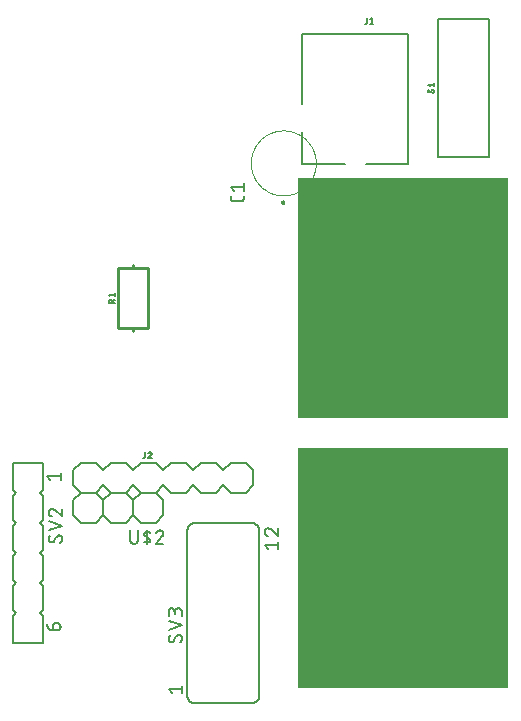
<source format=gbr>
G04 EAGLE Gerber RS-274X export*
G75*
%MOMM*%
%FSLAX34Y34*%
%LPD*%
%INSilkscreen Top*%
%IPPOS*%
%AMOC8*
5,1,8,0,0,1.08239X$1,22.5*%
G01*
%ADD10C,0.203200*%
%ADD11C,0.127000*%
%ADD12C,0.152400*%
%ADD13R,17.780000X20.320000*%
%ADD14C,0.254000*%
%ADD15C,0.120000*%
%ADD16C,0.200000*%


D10*
X320760Y494080D02*
X356760Y494080D01*
X320760Y545080D02*
X320760Y604080D01*
X320760Y521080D02*
X320760Y494080D01*
X410760Y494080D02*
X410760Y604080D01*
X410760Y494080D02*
X374760Y494080D01*
X410760Y604080D02*
X320760Y604080D01*
D11*
X375244Y614101D02*
X375244Y617855D01*
X375244Y614101D02*
X375242Y614036D01*
X375236Y613972D01*
X375226Y613908D01*
X375213Y613844D01*
X375195Y613782D01*
X375174Y613721D01*
X375150Y613661D01*
X375121Y613603D01*
X375089Y613546D01*
X375054Y613492D01*
X375016Y613440D01*
X374974Y613390D01*
X374930Y613343D01*
X374883Y613299D01*
X374833Y613257D01*
X374781Y613219D01*
X374727Y613184D01*
X374670Y613152D01*
X374612Y613123D01*
X374552Y613099D01*
X374491Y613078D01*
X374429Y613060D01*
X374365Y613047D01*
X374301Y613037D01*
X374237Y613031D01*
X374172Y613029D01*
X373635Y613029D01*
X378192Y616783D02*
X379532Y617855D01*
X379532Y613029D01*
X378192Y613029D02*
X380873Y613029D01*
D12*
X101600Y241300D02*
X76200Y241300D01*
X76200Y218440D01*
X78740Y215900D01*
X76200Y213360D01*
X76200Y193040D01*
X78740Y190500D01*
X76200Y187960D01*
X76200Y167640D01*
X78740Y165100D01*
X76200Y162560D01*
X76200Y142240D01*
X78740Y139700D01*
X76200Y137160D01*
X76200Y116840D01*
X76200Y111760D02*
X76200Y88900D01*
X101600Y88900D01*
X101600Y111760D01*
X101600Y116840D02*
X101600Y137160D01*
X99060Y139700D01*
X101600Y142240D01*
X101600Y162560D01*
X99060Y165100D01*
X101600Y167640D01*
X101600Y187960D01*
X99060Y190500D01*
X101600Y193040D01*
X101600Y213360D01*
X99060Y215900D01*
X101600Y218440D01*
X101600Y241300D01*
X99060Y114300D02*
X101600Y111760D01*
X99060Y114300D02*
X101600Y116840D01*
X78740Y114300D02*
X76200Y111760D01*
X78740Y114300D02*
X76200Y116840D01*
D11*
X107315Y226695D02*
X104775Y229870D01*
X116205Y229870D01*
X116205Y226695D02*
X116205Y233045D01*
X109855Y103505D02*
X109855Y99695D01*
X109855Y103505D02*
X109857Y103605D01*
X109863Y103704D01*
X109873Y103804D01*
X109886Y103902D01*
X109904Y104001D01*
X109925Y104098D01*
X109950Y104194D01*
X109979Y104290D01*
X110012Y104384D01*
X110048Y104477D01*
X110088Y104568D01*
X110132Y104658D01*
X110179Y104746D01*
X110229Y104832D01*
X110283Y104916D01*
X110340Y104998D01*
X110400Y105077D01*
X110464Y105155D01*
X110530Y105229D01*
X110599Y105301D01*
X110671Y105370D01*
X110745Y105436D01*
X110823Y105500D01*
X110902Y105560D01*
X110984Y105617D01*
X111068Y105671D01*
X111154Y105721D01*
X111242Y105768D01*
X111332Y105812D01*
X111423Y105852D01*
X111516Y105888D01*
X111610Y105921D01*
X111706Y105950D01*
X111802Y105975D01*
X111899Y105996D01*
X111998Y106014D01*
X112096Y106027D01*
X112196Y106037D01*
X112295Y106043D01*
X112395Y106045D01*
X113030Y106045D01*
X113141Y106043D01*
X113251Y106037D01*
X113362Y106028D01*
X113472Y106014D01*
X113581Y105997D01*
X113690Y105976D01*
X113798Y105951D01*
X113905Y105922D01*
X114011Y105890D01*
X114116Y105854D01*
X114219Y105814D01*
X114321Y105771D01*
X114422Y105724D01*
X114521Y105673D01*
X114618Y105620D01*
X114712Y105563D01*
X114805Y105502D01*
X114896Y105439D01*
X114985Y105372D01*
X115071Y105302D01*
X115154Y105229D01*
X115236Y105154D01*
X115314Y105076D01*
X115389Y104994D01*
X115462Y104911D01*
X115532Y104825D01*
X115599Y104736D01*
X115662Y104645D01*
X115723Y104552D01*
X115780Y104457D01*
X115833Y104361D01*
X115884Y104262D01*
X115931Y104161D01*
X115974Y104059D01*
X116014Y103956D01*
X116050Y103851D01*
X116082Y103745D01*
X116111Y103638D01*
X116136Y103530D01*
X116157Y103421D01*
X116174Y103312D01*
X116188Y103202D01*
X116197Y103091D01*
X116203Y102981D01*
X116205Y102870D01*
X116203Y102759D01*
X116197Y102649D01*
X116188Y102538D01*
X116174Y102428D01*
X116157Y102319D01*
X116136Y102210D01*
X116111Y102102D01*
X116082Y101995D01*
X116050Y101889D01*
X116014Y101784D01*
X115974Y101681D01*
X115931Y101579D01*
X115884Y101478D01*
X115833Y101379D01*
X115780Y101282D01*
X115723Y101188D01*
X115662Y101095D01*
X115599Y101004D01*
X115532Y100915D01*
X115462Y100829D01*
X115389Y100746D01*
X115314Y100664D01*
X115236Y100586D01*
X115154Y100511D01*
X115071Y100438D01*
X114985Y100368D01*
X114896Y100301D01*
X114805Y100238D01*
X114712Y100177D01*
X114617Y100120D01*
X114521Y100067D01*
X114422Y100016D01*
X114321Y99969D01*
X114219Y99926D01*
X114116Y99886D01*
X114011Y99850D01*
X113905Y99818D01*
X113798Y99789D01*
X113690Y99764D01*
X113581Y99743D01*
X113472Y99726D01*
X113362Y99712D01*
X113251Y99703D01*
X113141Y99697D01*
X113030Y99695D01*
X109855Y99695D01*
X109715Y99697D01*
X109575Y99703D01*
X109435Y99712D01*
X109296Y99726D01*
X109157Y99743D01*
X109019Y99764D01*
X108881Y99789D01*
X108744Y99818D01*
X108608Y99850D01*
X108473Y99887D01*
X108339Y99927D01*
X108206Y99970D01*
X108074Y100018D01*
X107943Y100068D01*
X107814Y100123D01*
X107687Y100181D01*
X107561Y100242D01*
X107437Y100307D01*
X107315Y100376D01*
X107195Y100447D01*
X107077Y100522D01*
X106960Y100600D01*
X106846Y100682D01*
X106735Y100766D01*
X106626Y100854D01*
X106519Y100944D01*
X106414Y101038D01*
X106313Y101134D01*
X106214Y101233D01*
X106118Y101334D01*
X106024Y101439D01*
X105934Y101546D01*
X105846Y101655D01*
X105762Y101766D01*
X105680Y101880D01*
X105602Y101997D01*
X105527Y102115D01*
X105456Y102235D01*
X105387Y102357D01*
X105322Y102481D01*
X105261Y102607D01*
X105203Y102734D01*
X105148Y102863D01*
X105098Y102994D01*
X105050Y103126D01*
X105007Y103259D01*
X104967Y103393D01*
X104930Y103528D01*
X104898Y103664D01*
X104869Y103801D01*
X104844Y103939D01*
X104823Y104077D01*
X104806Y104216D01*
X104792Y104355D01*
X104783Y104495D01*
X104777Y104635D01*
X104775Y104775D01*
X117475Y177546D02*
X117473Y177646D01*
X117467Y177745D01*
X117457Y177845D01*
X117444Y177943D01*
X117426Y178042D01*
X117405Y178139D01*
X117380Y178235D01*
X117351Y178331D01*
X117318Y178425D01*
X117282Y178518D01*
X117242Y178609D01*
X117198Y178699D01*
X117151Y178787D01*
X117101Y178873D01*
X117047Y178957D01*
X116990Y179039D01*
X116930Y179118D01*
X116866Y179196D01*
X116800Y179270D01*
X116731Y179342D01*
X116659Y179411D01*
X116585Y179477D01*
X116507Y179541D01*
X116428Y179601D01*
X116346Y179658D01*
X116262Y179712D01*
X116176Y179762D01*
X116088Y179809D01*
X115998Y179853D01*
X115907Y179893D01*
X115814Y179929D01*
X115720Y179962D01*
X115624Y179991D01*
X115528Y180016D01*
X115431Y180037D01*
X115332Y180055D01*
X115234Y180068D01*
X115134Y180078D01*
X115035Y180084D01*
X114935Y180086D01*
X117475Y177546D02*
X117473Y177405D01*
X117468Y177264D01*
X117458Y177123D01*
X117445Y176982D01*
X117429Y176842D01*
X117408Y176702D01*
X117384Y176563D01*
X117356Y176424D01*
X117325Y176287D01*
X117290Y176150D01*
X117252Y176014D01*
X117210Y175879D01*
X117164Y175746D01*
X117115Y175613D01*
X117062Y175482D01*
X117006Y175353D01*
X116947Y175224D01*
X116884Y175098D01*
X116818Y174973D01*
X116749Y174850D01*
X116676Y174729D01*
X116600Y174610D01*
X116521Y174492D01*
X116440Y174377D01*
X116355Y174265D01*
X116267Y174154D01*
X116176Y174046D01*
X116083Y173940D01*
X115986Y173837D01*
X115887Y173736D01*
X108585Y174054D02*
X108485Y174056D01*
X108386Y174062D01*
X108286Y174072D01*
X108188Y174085D01*
X108089Y174103D01*
X107992Y174124D01*
X107896Y174149D01*
X107800Y174178D01*
X107706Y174211D01*
X107613Y174247D01*
X107522Y174287D01*
X107432Y174331D01*
X107344Y174378D01*
X107258Y174428D01*
X107174Y174482D01*
X107092Y174539D01*
X107013Y174599D01*
X106935Y174663D01*
X106861Y174729D01*
X106789Y174798D01*
X106720Y174870D01*
X106654Y174944D01*
X106590Y175022D01*
X106530Y175101D01*
X106473Y175183D01*
X106419Y175267D01*
X106369Y175353D01*
X106322Y175441D01*
X106278Y175531D01*
X106238Y175622D01*
X106202Y175715D01*
X106169Y175809D01*
X106140Y175905D01*
X106115Y176001D01*
X106094Y176098D01*
X106076Y176197D01*
X106063Y176295D01*
X106053Y176395D01*
X106047Y176494D01*
X106045Y176594D01*
X106047Y176727D01*
X106052Y176860D01*
X106062Y176993D01*
X106075Y177126D01*
X106092Y177258D01*
X106112Y177390D01*
X106136Y177521D01*
X106164Y177651D01*
X106195Y177781D01*
X106230Y177909D01*
X106269Y178037D01*
X106311Y178163D01*
X106357Y178288D01*
X106406Y178412D01*
X106458Y178535D01*
X106514Y178656D01*
X106574Y178775D01*
X106636Y178893D01*
X106702Y179008D01*
X106771Y179122D01*
X106844Y179234D01*
X106919Y179344D01*
X106998Y179452D01*
X110808Y175323D02*
X110756Y175239D01*
X110701Y175156D01*
X110642Y175076D01*
X110581Y174998D01*
X110517Y174923D01*
X110449Y174850D01*
X110379Y174779D01*
X110307Y174712D01*
X110232Y174647D01*
X110154Y174585D01*
X110074Y174526D01*
X109992Y174470D01*
X109908Y174418D01*
X109822Y174369D01*
X109734Y174323D01*
X109644Y174280D01*
X109553Y174241D01*
X109460Y174206D01*
X109366Y174174D01*
X109271Y174146D01*
X109175Y174121D01*
X109078Y174101D01*
X108980Y174083D01*
X108882Y174070D01*
X108783Y174061D01*
X108684Y174055D01*
X108585Y174053D01*
X112712Y178816D02*
X112764Y178900D01*
X112819Y178983D01*
X112878Y179063D01*
X112939Y179141D01*
X113003Y179216D01*
X113071Y179289D01*
X113141Y179360D01*
X113213Y179427D01*
X113288Y179492D01*
X113366Y179554D01*
X113446Y179613D01*
X113528Y179669D01*
X113612Y179721D01*
X113698Y179770D01*
X113786Y179816D01*
X113876Y179859D01*
X113967Y179898D01*
X114060Y179933D01*
X114154Y179965D01*
X114249Y179993D01*
X114345Y180018D01*
X114442Y180038D01*
X114540Y180056D01*
X114638Y180069D01*
X114737Y180078D01*
X114836Y180084D01*
X114935Y180086D01*
X112713Y178816D02*
X110808Y175324D01*
X106045Y184150D02*
X117475Y187960D01*
X106045Y191770D01*
X106045Y199708D02*
X106047Y199812D01*
X106053Y199917D01*
X106062Y200021D01*
X106075Y200124D01*
X106093Y200227D01*
X106113Y200329D01*
X106138Y200431D01*
X106166Y200531D01*
X106198Y200631D01*
X106234Y200729D01*
X106273Y200826D01*
X106315Y200921D01*
X106361Y201015D01*
X106411Y201107D01*
X106463Y201197D01*
X106519Y201285D01*
X106579Y201371D01*
X106641Y201455D01*
X106706Y201536D01*
X106774Y201615D01*
X106846Y201692D01*
X106919Y201765D01*
X106996Y201837D01*
X107075Y201905D01*
X107156Y201970D01*
X107240Y202032D01*
X107326Y202092D01*
X107414Y202148D01*
X107504Y202200D01*
X107596Y202250D01*
X107690Y202296D01*
X107785Y202338D01*
X107882Y202377D01*
X107980Y202413D01*
X108080Y202445D01*
X108180Y202473D01*
X108282Y202498D01*
X108384Y202518D01*
X108487Y202536D01*
X108590Y202549D01*
X108694Y202558D01*
X108799Y202564D01*
X108903Y202566D01*
X106045Y199708D02*
X106047Y199590D01*
X106053Y199471D01*
X106062Y199353D01*
X106075Y199236D01*
X106093Y199119D01*
X106113Y199002D01*
X106138Y198886D01*
X106166Y198771D01*
X106199Y198658D01*
X106234Y198545D01*
X106274Y198433D01*
X106316Y198323D01*
X106363Y198214D01*
X106413Y198106D01*
X106466Y198001D01*
X106523Y197897D01*
X106583Y197795D01*
X106646Y197695D01*
X106713Y197597D01*
X106782Y197501D01*
X106855Y197408D01*
X106931Y197317D01*
X107009Y197228D01*
X107091Y197142D01*
X107175Y197059D01*
X107261Y196978D01*
X107351Y196901D01*
X107442Y196826D01*
X107536Y196754D01*
X107633Y196685D01*
X107731Y196620D01*
X107832Y196557D01*
X107935Y196498D01*
X108039Y196442D01*
X108145Y196390D01*
X108253Y196341D01*
X108362Y196296D01*
X108473Y196254D01*
X108585Y196216D01*
X111125Y201613D02*
X111050Y201689D01*
X110971Y201764D01*
X110890Y201835D01*
X110806Y201904D01*
X110720Y201969D01*
X110632Y202031D01*
X110542Y202091D01*
X110450Y202147D01*
X110355Y202200D01*
X110259Y202249D01*
X110161Y202295D01*
X110062Y202338D01*
X109961Y202377D01*
X109859Y202412D01*
X109756Y202444D01*
X109652Y202472D01*
X109547Y202497D01*
X109440Y202518D01*
X109334Y202535D01*
X109227Y202548D01*
X109119Y202557D01*
X109011Y202563D01*
X108903Y202565D01*
X111125Y201613D02*
X117475Y196215D01*
X117475Y202565D01*
D12*
X223520Y184150D02*
X223520Y44450D01*
X229870Y190500D02*
X278130Y190500D01*
X278130Y38100D02*
X229870Y38100D01*
X284480Y44450D02*
X284480Y184150D01*
X223520Y44450D02*
X223522Y44292D01*
X223528Y44133D01*
X223538Y43975D01*
X223552Y43818D01*
X223569Y43660D01*
X223591Y43504D01*
X223616Y43347D01*
X223646Y43192D01*
X223679Y43037D01*
X223716Y42883D01*
X223757Y42730D01*
X223802Y42578D01*
X223851Y42428D01*
X223903Y42278D01*
X223959Y42130D01*
X224019Y41983D01*
X224082Y41838D01*
X224149Y41695D01*
X224219Y41553D01*
X224293Y41413D01*
X224371Y41275D01*
X224452Y41139D01*
X224536Y41005D01*
X224623Y40873D01*
X224714Y40743D01*
X224808Y40616D01*
X224905Y40491D01*
X225006Y40368D01*
X225109Y40248D01*
X225215Y40131D01*
X225324Y40016D01*
X225436Y39904D01*
X225551Y39795D01*
X225668Y39689D01*
X225788Y39586D01*
X225911Y39485D01*
X226036Y39388D01*
X226163Y39294D01*
X226293Y39203D01*
X226425Y39116D01*
X226559Y39032D01*
X226695Y38951D01*
X226833Y38873D01*
X226973Y38799D01*
X227115Y38729D01*
X227258Y38662D01*
X227403Y38599D01*
X227550Y38539D01*
X227698Y38483D01*
X227848Y38431D01*
X227998Y38382D01*
X228150Y38337D01*
X228303Y38296D01*
X228457Y38259D01*
X228612Y38226D01*
X228767Y38196D01*
X228924Y38171D01*
X229080Y38149D01*
X229238Y38132D01*
X229395Y38118D01*
X229553Y38108D01*
X229712Y38102D01*
X229870Y38100D01*
X223520Y184150D02*
X223522Y184308D01*
X223528Y184467D01*
X223538Y184625D01*
X223552Y184782D01*
X223569Y184940D01*
X223591Y185096D01*
X223616Y185253D01*
X223646Y185408D01*
X223679Y185563D01*
X223716Y185717D01*
X223757Y185870D01*
X223802Y186022D01*
X223851Y186172D01*
X223903Y186322D01*
X223959Y186470D01*
X224019Y186617D01*
X224082Y186762D01*
X224149Y186905D01*
X224219Y187047D01*
X224293Y187187D01*
X224371Y187325D01*
X224452Y187461D01*
X224536Y187595D01*
X224623Y187727D01*
X224714Y187857D01*
X224808Y187984D01*
X224905Y188109D01*
X225006Y188232D01*
X225109Y188352D01*
X225215Y188469D01*
X225324Y188584D01*
X225436Y188696D01*
X225551Y188805D01*
X225668Y188911D01*
X225788Y189014D01*
X225911Y189115D01*
X226036Y189212D01*
X226163Y189306D01*
X226293Y189397D01*
X226425Y189484D01*
X226559Y189568D01*
X226695Y189649D01*
X226833Y189727D01*
X226973Y189801D01*
X227115Y189871D01*
X227258Y189938D01*
X227403Y190001D01*
X227550Y190061D01*
X227698Y190117D01*
X227848Y190169D01*
X227998Y190218D01*
X228150Y190263D01*
X228303Y190304D01*
X228457Y190341D01*
X228612Y190374D01*
X228767Y190404D01*
X228924Y190429D01*
X229080Y190451D01*
X229238Y190468D01*
X229395Y190482D01*
X229553Y190492D01*
X229712Y190498D01*
X229870Y190500D01*
X278130Y190500D02*
X278288Y190498D01*
X278447Y190492D01*
X278605Y190482D01*
X278762Y190468D01*
X278920Y190451D01*
X279076Y190429D01*
X279233Y190404D01*
X279388Y190374D01*
X279543Y190341D01*
X279697Y190304D01*
X279850Y190263D01*
X280002Y190218D01*
X280152Y190169D01*
X280302Y190117D01*
X280450Y190061D01*
X280597Y190001D01*
X280742Y189938D01*
X280885Y189871D01*
X281027Y189801D01*
X281167Y189727D01*
X281305Y189649D01*
X281441Y189568D01*
X281575Y189484D01*
X281707Y189397D01*
X281837Y189306D01*
X281964Y189212D01*
X282089Y189115D01*
X282212Y189014D01*
X282332Y188911D01*
X282449Y188805D01*
X282564Y188696D01*
X282676Y188584D01*
X282785Y188469D01*
X282891Y188352D01*
X282994Y188232D01*
X283095Y188109D01*
X283192Y187984D01*
X283286Y187857D01*
X283377Y187727D01*
X283464Y187595D01*
X283548Y187461D01*
X283629Y187325D01*
X283707Y187187D01*
X283781Y187047D01*
X283851Y186905D01*
X283918Y186762D01*
X283981Y186617D01*
X284041Y186470D01*
X284097Y186322D01*
X284149Y186172D01*
X284198Y186022D01*
X284243Y185870D01*
X284284Y185717D01*
X284321Y185563D01*
X284354Y185408D01*
X284384Y185253D01*
X284409Y185096D01*
X284431Y184940D01*
X284448Y184782D01*
X284462Y184625D01*
X284472Y184467D01*
X284478Y184308D01*
X284480Y184150D01*
X284480Y44450D02*
X284478Y44292D01*
X284472Y44133D01*
X284462Y43975D01*
X284448Y43818D01*
X284431Y43660D01*
X284409Y43504D01*
X284384Y43347D01*
X284354Y43192D01*
X284321Y43037D01*
X284284Y42883D01*
X284243Y42730D01*
X284198Y42578D01*
X284149Y42428D01*
X284097Y42278D01*
X284041Y42130D01*
X283981Y41983D01*
X283918Y41838D01*
X283851Y41695D01*
X283781Y41553D01*
X283707Y41413D01*
X283629Y41275D01*
X283548Y41139D01*
X283464Y41005D01*
X283377Y40873D01*
X283286Y40743D01*
X283192Y40616D01*
X283095Y40491D01*
X282994Y40368D01*
X282891Y40248D01*
X282785Y40131D01*
X282676Y40016D01*
X282564Y39904D01*
X282449Y39795D01*
X282332Y39689D01*
X282212Y39586D01*
X282089Y39485D01*
X281964Y39388D01*
X281837Y39294D01*
X281707Y39203D01*
X281575Y39116D01*
X281441Y39032D01*
X281305Y38951D01*
X281167Y38873D01*
X281027Y38799D01*
X280885Y38729D01*
X280742Y38662D01*
X280597Y38599D01*
X280450Y38539D01*
X280302Y38483D01*
X280152Y38431D01*
X280002Y38382D01*
X279850Y38337D01*
X279697Y38296D01*
X279543Y38259D01*
X279388Y38226D01*
X279233Y38196D01*
X279076Y38171D01*
X278920Y38149D01*
X278762Y38132D01*
X278605Y38118D01*
X278447Y38108D01*
X278288Y38102D01*
X278130Y38100D01*
D11*
X210185Y46355D02*
X207645Y49530D01*
X219075Y49530D01*
X219075Y46355D02*
X219075Y52705D01*
X291465Y168275D02*
X288925Y171450D01*
X300355Y171450D01*
X300355Y168275D02*
X300355Y174625D01*
X288925Y183198D02*
X288927Y183302D01*
X288933Y183407D01*
X288942Y183511D01*
X288955Y183614D01*
X288973Y183717D01*
X288993Y183819D01*
X289018Y183921D01*
X289046Y184021D01*
X289078Y184121D01*
X289114Y184219D01*
X289153Y184316D01*
X289195Y184411D01*
X289241Y184505D01*
X289291Y184597D01*
X289343Y184687D01*
X289399Y184775D01*
X289459Y184861D01*
X289521Y184945D01*
X289586Y185026D01*
X289654Y185105D01*
X289726Y185182D01*
X289799Y185255D01*
X289876Y185327D01*
X289955Y185395D01*
X290036Y185460D01*
X290120Y185522D01*
X290206Y185582D01*
X290294Y185638D01*
X290384Y185690D01*
X290476Y185740D01*
X290570Y185786D01*
X290665Y185828D01*
X290762Y185867D01*
X290860Y185903D01*
X290960Y185935D01*
X291060Y185963D01*
X291162Y185988D01*
X291264Y186008D01*
X291367Y186026D01*
X291470Y186039D01*
X291574Y186048D01*
X291679Y186054D01*
X291783Y186056D01*
X288925Y183198D02*
X288927Y183080D01*
X288933Y182961D01*
X288942Y182843D01*
X288955Y182726D01*
X288973Y182609D01*
X288993Y182492D01*
X289018Y182376D01*
X289046Y182261D01*
X289079Y182148D01*
X289114Y182035D01*
X289154Y181923D01*
X289196Y181813D01*
X289243Y181704D01*
X289293Y181596D01*
X289346Y181491D01*
X289403Y181387D01*
X289463Y181285D01*
X289526Y181185D01*
X289593Y181087D01*
X289662Y180991D01*
X289735Y180898D01*
X289811Y180807D01*
X289889Y180718D01*
X289971Y180632D01*
X290055Y180549D01*
X290141Y180468D01*
X290231Y180391D01*
X290322Y180316D01*
X290416Y180244D01*
X290513Y180175D01*
X290611Y180110D01*
X290712Y180047D01*
X290815Y179988D01*
X290919Y179932D01*
X291025Y179880D01*
X291133Y179831D01*
X291242Y179786D01*
X291353Y179744D01*
X291465Y179706D01*
X294005Y185103D02*
X293930Y185179D01*
X293851Y185254D01*
X293770Y185325D01*
X293686Y185394D01*
X293600Y185459D01*
X293512Y185521D01*
X293422Y185581D01*
X293330Y185637D01*
X293235Y185690D01*
X293139Y185739D01*
X293041Y185785D01*
X292942Y185828D01*
X292841Y185867D01*
X292739Y185902D01*
X292636Y185934D01*
X292532Y185962D01*
X292427Y185987D01*
X292320Y186008D01*
X292214Y186025D01*
X292107Y186038D01*
X291999Y186047D01*
X291891Y186053D01*
X291783Y186055D01*
X294005Y185103D02*
X300355Y179705D01*
X300355Y186055D01*
X216535Y95885D02*
X216635Y95883D01*
X216734Y95877D01*
X216834Y95867D01*
X216932Y95854D01*
X217031Y95836D01*
X217128Y95815D01*
X217224Y95790D01*
X217320Y95761D01*
X217414Y95728D01*
X217507Y95692D01*
X217598Y95652D01*
X217688Y95608D01*
X217776Y95561D01*
X217862Y95511D01*
X217946Y95457D01*
X218028Y95400D01*
X218107Y95340D01*
X218185Y95276D01*
X218259Y95210D01*
X218331Y95141D01*
X218400Y95069D01*
X218466Y94995D01*
X218530Y94917D01*
X218590Y94838D01*
X218647Y94756D01*
X218701Y94672D01*
X218751Y94586D01*
X218798Y94498D01*
X218842Y94408D01*
X218882Y94317D01*
X218918Y94224D01*
X218951Y94130D01*
X218980Y94034D01*
X219005Y93938D01*
X219026Y93841D01*
X219044Y93742D01*
X219057Y93644D01*
X219067Y93544D01*
X219073Y93445D01*
X219075Y93345D01*
X219073Y93204D01*
X219068Y93063D01*
X219058Y92922D01*
X219045Y92781D01*
X219029Y92641D01*
X219008Y92501D01*
X218984Y92362D01*
X218956Y92223D01*
X218925Y92086D01*
X218890Y91949D01*
X218852Y91813D01*
X218810Y91678D01*
X218764Y91545D01*
X218715Y91412D01*
X218662Y91281D01*
X218606Y91152D01*
X218547Y91023D01*
X218484Y90897D01*
X218418Y90772D01*
X218349Y90649D01*
X218276Y90528D01*
X218200Y90409D01*
X218121Y90291D01*
X218040Y90176D01*
X217955Y90064D01*
X217867Y89953D01*
X217776Y89845D01*
X217683Y89739D01*
X217586Y89636D01*
X217487Y89535D01*
X210185Y89853D02*
X210085Y89855D01*
X209986Y89861D01*
X209886Y89871D01*
X209788Y89884D01*
X209689Y89902D01*
X209592Y89923D01*
X209496Y89948D01*
X209400Y89977D01*
X209306Y90010D01*
X209213Y90046D01*
X209122Y90086D01*
X209032Y90130D01*
X208944Y90177D01*
X208858Y90227D01*
X208774Y90281D01*
X208692Y90338D01*
X208613Y90398D01*
X208535Y90462D01*
X208461Y90528D01*
X208389Y90597D01*
X208320Y90669D01*
X208254Y90743D01*
X208190Y90821D01*
X208130Y90900D01*
X208073Y90982D01*
X208019Y91066D01*
X207969Y91152D01*
X207922Y91240D01*
X207878Y91330D01*
X207838Y91421D01*
X207802Y91514D01*
X207769Y91608D01*
X207740Y91704D01*
X207715Y91800D01*
X207694Y91897D01*
X207676Y91996D01*
X207663Y92094D01*
X207653Y92194D01*
X207647Y92293D01*
X207645Y92393D01*
X207647Y92526D01*
X207652Y92659D01*
X207662Y92792D01*
X207675Y92925D01*
X207692Y93057D01*
X207712Y93189D01*
X207736Y93320D01*
X207764Y93450D01*
X207795Y93580D01*
X207830Y93708D01*
X207869Y93836D01*
X207911Y93962D01*
X207957Y94087D01*
X208006Y94211D01*
X208058Y94334D01*
X208114Y94455D01*
X208174Y94574D01*
X208236Y94692D01*
X208302Y94807D01*
X208371Y94921D01*
X208444Y95033D01*
X208519Y95143D01*
X208598Y95251D01*
X212408Y91122D02*
X212356Y91038D01*
X212301Y90955D01*
X212242Y90875D01*
X212181Y90797D01*
X212117Y90722D01*
X212049Y90649D01*
X211979Y90578D01*
X211907Y90511D01*
X211832Y90446D01*
X211754Y90384D01*
X211674Y90325D01*
X211592Y90269D01*
X211508Y90217D01*
X211422Y90168D01*
X211334Y90122D01*
X211244Y90079D01*
X211153Y90040D01*
X211060Y90005D01*
X210966Y89973D01*
X210871Y89945D01*
X210775Y89920D01*
X210678Y89900D01*
X210580Y89882D01*
X210482Y89869D01*
X210383Y89860D01*
X210284Y89854D01*
X210185Y89852D01*
X214312Y94615D02*
X214364Y94699D01*
X214419Y94782D01*
X214478Y94862D01*
X214539Y94940D01*
X214603Y95015D01*
X214671Y95088D01*
X214741Y95159D01*
X214813Y95226D01*
X214888Y95291D01*
X214966Y95353D01*
X215046Y95412D01*
X215128Y95468D01*
X215212Y95520D01*
X215298Y95569D01*
X215386Y95615D01*
X215476Y95658D01*
X215567Y95697D01*
X215660Y95732D01*
X215754Y95764D01*
X215849Y95792D01*
X215945Y95817D01*
X216042Y95837D01*
X216140Y95855D01*
X216238Y95868D01*
X216337Y95877D01*
X216436Y95883D01*
X216535Y95885D01*
X214313Y94615D02*
X212408Y91123D01*
X207645Y99949D02*
X219075Y103759D01*
X207645Y107569D01*
X219075Y112014D02*
X219075Y115189D01*
X219073Y115300D01*
X219067Y115410D01*
X219058Y115521D01*
X219044Y115631D01*
X219027Y115740D01*
X219006Y115849D01*
X218981Y115957D01*
X218952Y116064D01*
X218920Y116170D01*
X218884Y116275D01*
X218844Y116378D01*
X218801Y116480D01*
X218754Y116581D01*
X218703Y116680D01*
X218650Y116777D01*
X218593Y116871D01*
X218532Y116964D01*
X218469Y117055D01*
X218402Y117144D01*
X218332Y117230D01*
X218259Y117313D01*
X218184Y117395D01*
X218106Y117473D01*
X218024Y117548D01*
X217941Y117621D01*
X217855Y117691D01*
X217766Y117758D01*
X217675Y117821D01*
X217582Y117882D01*
X217488Y117939D01*
X217391Y117992D01*
X217292Y118043D01*
X217191Y118090D01*
X217089Y118133D01*
X216986Y118173D01*
X216881Y118209D01*
X216775Y118241D01*
X216668Y118270D01*
X216560Y118295D01*
X216451Y118316D01*
X216342Y118333D01*
X216232Y118347D01*
X216121Y118356D01*
X216011Y118362D01*
X215900Y118364D01*
X215789Y118362D01*
X215679Y118356D01*
X215568Y118347D01*
X215458Y118333D01*
X215349Y118316D01*
X215240Y118295D01*
X215132Y118270D01*
X215025Y118241D01*
X214919Y118209D01*
X214814Y118173D01*
X214711Y118133D01*
X214609Y118090D01*
X214508Y118043D01*
X214409Y117992D01*
X214313Y117939D01*
X214218Y117882D01*
X214125Y117821D01*
X214034Y117758D01*
X213945Y117691D01*
X213859Y117621D01*
X213776Y117548D01*
X213694Y117473D01*
X213616Y117395D01*
X213541Y117313D01*
X213468Y117230D01*
X213398Y117144D01*
X213331Y117055D01*
X213268Y116964D01*
X213207Y116871D01*
X213150Y116776D01*
X213097Y116680D01*
X213046Y116581D01*
X212999Y116480D01*
X212956Y116378D01*
X212916Y116275D01*
X212880Y116170D01*
X212848Y116064D01*
X212819Y115957D01*
X212794Y115849D01*
X212773Y115740D01*
X212756Y115631D01*
X212742Y115521D01*
X212733Y115410D01*
X212727Y115300D01*
X212725Y115189D01*
X207645Y115824D02*
X207645Y112014D01*
X207645Y115824D02*
X207647Y115924D01*
X207653Y116023D01*
X207663Y116123D01*
X207676Y116221D01*
X207694Y116320D01*
X207715Y116417D01*
X207740Y116513D01*
X207769Y116609D01*
X207802Y116703D01*
X207838Y116796D01*
X207878Y116887D01*
X207922Y116977D01*
X207969Y117065D01*
X208019Y117151D01*
X208073Y117235D01*
X208130Y117317D01*
X208190Y117396D01*
X208254Y117474D01*
X208320Y117548D01*
X208389Y117620D01*
X208461Y117689D01*
X208535Y117755D01*
X208613Y117819D01*
X208692Y117879D01*
X208774Y117936D01*
X208858Y117990D01*
X208944Y118040D01*
X209032Y118087D01*
X209122Y118131D01*
X209213Y118171D01*
X209306Y118207D01*
X209400Y118240D01*
X209496Y118269D01*
X209592Y118294D01*
X209689Y118315D01*
X209788Y118333D01*
X209886Y118346D01*
X209986Y118356D01*
X210085Y118362D01*
X210185Y118364D01*
X210285Y118362D01*
X210384Y118356D01*
X210484Y118346D01*
X210582Y118333D01*
X210681Y118315D01*
X210778Y118294D01*
X210874Y118269D01*
X210970Y118240D01*
X211064Y118207D01*
X211157Y118171D01*
X211248Y118131D01*
X211338Y118087D01*
X211426Y118040D01*
X211512Y117990D01*
X211596Y117936D01*
X211678Y117879D01*
X211757Y117819D01*
X211835Y117755D01*
X211909Y117689D01*
X211981Y117620D01*
X212050Y117548D01*
X212116Y117474D01*
X212180Y117396D01*
X212240Y117317D01*
X212297Y117235D01*
X212351Y117151D01*
X212401Y117065D01*
X212448Y116977D01*
X212492Y116887D01*
X212532Y116796D01*
X212568Y116703D01*
X212601Y116609D01*
X212630Y116513D01*
X212655Y116417D01*
X212676Y116320D01*
X212694Y116221D01*
X212707Y116123D01*
X212717Y116023D01*
X212723Y115924D01*
X212725Y115824D01*
X212725Y113284D01*
D12*
X196850Y190500D02*
X184150Y190500D01*
X177800Y196850D01*
X177800Y209550D01*
X184150Y215900D01*
X177800Y196850D02*
X171450Y190500D01*
X158750Y190500D01*
X152400Y196850D01*
X152400Y209550D01*
X158750Y215900D01*
X171450Y215900D01*
X177800Y209550D01*
X203200Y209550D02*
X203200Y196850D01*
X196850Y190500D01*
X203200Y209550D02*
X196850Y215900D01*
X184150Y215900D01*
X152400Y196850D02*
X146050Y190500D01*
X133350Y190500D01*
X127000Y196850D01*
X127000Y209550D01*
X133350Y215900D01*
X146050Y215900D01*
X152400Y209550D01*
D11*
X175260Y184277D02*
X175260Y176022D01*
X175262Y175911D01*
X175268Y175801D01*
X175277Y175690D01*
X175291Y175580D01*
X175308Y175471D01*
X175329Y175362D01*
X175354Y175254D01*
X175383Y175147D01*
X175415Y175041D01*
X175451Y174936D01*
X175491Y174833D01*
X175534Y174731D01*
X175581Y174630D01*
X175632Y174531D01*
X175685Y174435D01*
X175742Y174340D01*
X175803Y174247D01*
X175866Y174156D01*
X175933Y174067D01*
X176003Y173981D01*
X176076Y173898D01*
X176151Y173816D01*
X176229Y173738D01*
X176311Y173663D01*
X176394Y173590D01*
X176480Y173520D01*
X176569Y173453D01*
X176660Y173390D01*
X176753Y173329D01*
X176848Y173272D01*
X176944Y173219D01*
X177043Y173168D01*
X177144Y173121D01*
X177246Y173078D01*
X177349Y173038D01*
X177454Y173002D01*
X177560Y172970D01*
X177667Y172941D01*
X177775Y172916D01*
X177884Y172895D01*
X177993Y172878D01*
X178103Y172864D01*
X178214Y172855D01*
X178324Y172849D01*
X178435Y172847D01*
X178546Y172849D01*
X178656Y172855D01*
X178767Y172864D01*
X178877Y172878D01*
X178986Y172895D01*
X179095Y172916D01*
X179203Y172941D01*
X179310Y172970D01*
X179416Y173002D01*
X179521Y173038D01*
X179624Y173078D01*
X179726Y173121D01*
X179827Y173168D01*
X179926Y173219D01*
X180022Y173272D01*
X180117Y173329D01*
X180210Y173390D01*
X180301Y173453D01*
X180390Y173520D01*
X180476Y173590D01*
X180559Y173663D01*
X180641Y173738D01*
X180719Y173816D01*
X180794Y173898D01*
X180867Y173981D01*
X180937Y174067D01*
X181004Y174156D01*
X181067Y174247D01*
X181128Y174340D01*
X181185Y174434D01*
X181238Y174531D01*
X181289Y174630D01*
X181336Y174731D01*
X181379Y174833D01*
X181419Y174936D01*
X181455Y175041D01*
X181487Y175147D01*
X181516Y175254D01*
X181541Y175362D01*
X181562Y175471D01*
X181579Y175580D01*
X181593Y175690D01*
X181602Y175801D01*
X181608Y175911D01*
X181610Y176022D01*
X181610Y184277D01*
X189484Y184277D02*
X189484Y172847D01*
X189484Y178562D02*
X187897Y179515D01*
X187896Y179514D02*
X187823Y179561D01*
X187752Y179610D01*
X187683Y179663D01*
X187617Y179719D01*
X187553Y179778D01*
X187492Y179839D01*
X187434Y179903D01*
X187379Y179970D01*
X187327Y180040D01*
X187279Y180111D01*
X187233Y180185D01*
X187191Y180261D01*
X187153Y180339D01*
X187118Y180418D01*
X187087Y180499D01*
X187060Y180581D01*
X187036Y180664D01*
X187016Y180749D01*
X187000Y180834D01*
X186988Y180920D01*
X186980Y181006D01*
X186976Y181092D01*
X186975Y181179D01*
X186979Y181266D01*
X186987Y181352D01*
X186998Y181438D01*
X187014Y181523D01*
X187033Y181607D01*
X187056Y181691D01*
X187083Y181773D01*
X187114Y181854D01*
X187149Y181934D01*
X187186Y182011D01*
X187228Y182087D01*
X187273Y182162D01*
X187321Y182233D01*
X187373Y182303D01*
X187427Y182370D01*
X187485Y182435D01*
X187545Y182497D01*
X187609Y182556D01*
X187675Y182612D01*
X187743Y182666D01*
X187814Y182715D01*
X187887Y182762D01*
X187962Y182805D01*
X188039Y182845D01*
X188117Y182881D01*
X188198Y182914D01*
X188279Y182943D01*
X188362Y182968D01*
X188446Y182990D01*
X188531Y183007D01*
X188532Y183007D02*
X188669Y183030D01*
X188808Y183050D01*
X188946Y183065D01*
X189085Y183077D01*
X189225Y183085D01*
X189364Y183088D01*
X189504Y183089D01*
X189643Y183085D01*
X189782Y183077D01*
X189921Y183066D01*
X190060Y183050D01*
X190198Y183031D01*
X190336Y183008D01*
X190473Y182981D01*
X190609Y182950D01*
X190744Y182916D01*
X190878Y182878D01*
X191012Y182836D01*
X191143Y182790D01*
X191274Y182741D01*
X191403Y182688D01*
X191531Y182632D01*
X191657Y182572D01*
X191781Y182509D01*
X191904Y182442D01*
X192024Y182372D01*
X189484Y178562D02*
X191072Y177610D01*
X191145Y177563D01*
X191216Y177514D01*
X191285Y177461D01*
X191351Y177405D01*
X191415Y177346D01*
X191476Y177285D01*
X191534Y177221D01*
X191589Y177154D01*
X191641Y177084D01*
X191689Y177013D01*
X191735Y176939D01*
X191777Y176863D01*
X191815Y176785D01*
X191850Y176706D01*
X191881Y176625D01*
X191908Y176543D01*
X191932Y176460D01*
X191952Y176375D01*
X191968Y176290D01*
X191980Y176204D01*
X191988Y176118D01*
X191992Y176032D01*
X191993Y175945D01*
X191989Y175858D01*
X191981Y175772D01*
X191970Y175686D01*
X191954Y175601D01*
X191935Y175517D01*
X191912Y175433D01*
X191885Y175351D01*
X191854Y175270D01*
X191819Y175190D01*
X191782Y175113D01*
X191740Y175037D01*
X191695Y174962D01*
X191647Y174891D01*
X191595Y174821D01*
X191541Y174754D01*
X191483Y174689D01*
X191423Y174627D01*
X191359Y174568D01*
X191293Y174512D01*
X191225Y174458D01*
X191154Y174409D01*
X191081Y174362D01*
X191006Y174319D01*
X190929Y174279D01*
X190851Y174243D01*
X190770Y174210D01*
X190689Y174181D01*
X190606Y174156D01*
X190522Y174134D01*
X190437Y174117D01*
X190436Y174117D02*
X190299Y174094D01*
X190160Y174074D01*
X190022Y174059D01*
X189883Y174047D01*
X189743Y174039D01*
X189604Y174036D01*
X189464Y174035D01*
X189325Y174039D01*
X189186Y174047D01*
X189047Y174058D01*
X188908Y174074D01*
X188770Y174093D01*
X188632Y174116D01*
X188495Y174143D01*
X188359Y174174D01*
X188224Y174208D01*
X188090Y174246D01*
X187956Y174288D01*
X187825Y174334D01*
X187694Y174383D01*
X187565Y174436D01*
X187437Y174492D01*
X187311Y174552D01*
X187187Y174615D01*
X187064Y174682D01*
X186944Y174752D01*
X200470Y184278D02*
X200574Y184276D01*
X200679Y184270D01*
X200783Y184261D01*
X200886Y184248D01*
X200989Y184230D01*
X201091Y184210D01*
X201193Y184185D01*
X201293Y184157D01*
X201393Y184125D01*
X201491Y184089D01*
X201588Y184050D01*
X201683Y184008D01*
X201777Y183962D01*
X201869Y183912D01*
X201959Y183860D01*
X202047Y183804D01*
X202133Y183744D01*
X202217Y183682D01*
X202298Y183617D01*
X202377Y183549D01*
X202454Y183477D01*
X202527Y183404D01*
X202599Y183327D01*
X202667Y183248D01*
X202732Y183167D01*
X202794Y183083D01*
X202854Y182997D01*
X202910Y182909D01*
X202962Y182819D01*
X203012Y182727D01*
X203058Y182633D01*
X203100Y182538D01*
X203139Y182441D01*
X203175Y182343D01*
X203207Y182243D01*
X203235Y182143D01*
X203260Y182041D01*
X203280Y181939D01*
X203298Y181836D01*
X203311Y181733D01*
X203320Y181629D01*
X203326Y181524D01*
X203328Y181420D01*
X200470Y184277D02*
X200352Y184275D01*
X200233Y184269D01*
X200115Y184260D01*
X199998Y184247D01*
X199881Y184229D01*
X199764Y184209D01*
X199648Y184184D01*
X199533Y184156D01*
X199420Y184123D01*
X199307Y184088D01*
X199195Y184048D01*
X199085Y184006D01*
X198976Y183959D01*
X198868Y183909D01*
X198763Y183856D01*
X198659Y183799D01*
X198557Y183739D01*
X198457Y183676D01*
X198359Y183609D01*
X198263Y183540D01*
X198170Y183467D01*
X198079Y183391D01*
X197990Y183313D01*
X197904Y183231D01*
X197821Y183147D01*
X197740Y183061D01*
X197663Y182971D01*
X197588Y182880D01*
X197516Y182786D01*
X197447Y182689D01*
X197382Y182591D01*
X197319Y182490D01*
X197260Y182387D01*
X197204Y182283D01*
X197152Y182177D01*
X197103Y182069D01*
X197058Y181960D01*
X197016Y181849D01*
X196978Y181737D01*
X202375Y179198D02*
X202451Y179273D01*
X202526Y179352D01*
X202597Y179433D01*
X202666Y179517D01*
X202731Y179603D01*
X202793Y179691D01*
X202853Y179781D01*
X202909Y179873D01*
X202962Y179968D01*
X203011Y180064D01*
X203057Y180162D01*
X203100Y180261D01*
X203139Y180362D01*
X203174Y180464D01*
X203206Y180567D01*
X203234Y180671D01*
X203259Y180776D01*
X203280Y180883D01*
X203297Y180989D01*
X203310Y181096D01*
X203319Y181204D01*
X203325Y181312D01*
X203327Y181420D01*
X202375Y179197D02*
X196977Y172847D01*
X203327Y172847D01*
D10*
X254000Y234950D02*
X260350Y241300D01*
X273050Y241300D01*
X279400Y234950D01*
X279400Y222250D02*
X273050Y215900D01*
X260350Y215900D01*
X254000Y222250D01*
X222250Y241300D02*
X209550Y241300D01*
X222250Y241300D02*
X228600Y234950D01*
X228600Y222250D02*
X222250Y215900D01*
X228600Y234950D02*
X234950Y241300D01*
X247650Y241300D01*
X254000Y234950D01*
X254000Y222250D02*
X247650Y215900D01*
X234950Y215900D01*
X228600Y222250D01*
X184150Y241300D02*
X177800Y234950D01*
X184150Y241300D02*
X196850Y241300D01*
X203200Y234950D01*
X203200Y222250D02*
X196850Y215900D01*
X184150Y215900D01*
X177800Y222250D01*
X203200Y234950D02*
X209550Y241300D01*
X203200Y222250D02*
X209550Y215900D01*
X222250Y215900D01*
X146050Y241300D02*
X133350Y241300D01*
X146050Y241300D02*
X152400Y234950D01*
X152400Y222250D02*
X146050Y215900D01*
X152400Y234950D02*
X158750Y241300D01*
X171450Y241300D01*
X177800Y234950D01*
X177800Y222250D02*
X171450Y215900D01*
X158750Y215900D01*
X152400Y222250D01*
X127000Y222250D02*
X127000Y234950D01*
X133350Y241300D01*
X127000Y222250D02*
X133350Y215900D01*
X146050Y215900D01*
X279400Y222250D02*
X279400Y234950D01*
D11*
X187664Y246817D02*
X187664Y250571D01*
X187663Y246817D02*
X187661Y246752D01*
X187655Y246688D01*
X187645Y246624D01*
X187632Y246560D01*
X187614Y246498D01*
X187593Y246437D01*
X187569Y246377D01*
X187540Y246319D01*
X187508Y246262D01*
X187473Y246208D01*
X187435Y246156D01*
X187393Y246106D01*
X187349Y246059D01*
X187302Y246015D01*
X187252Y245973D01*
X187200Y245935D01*
X187146Y245900D01*
X187089Y245868D01*
X187031Y245839D01*
X186971Y245815D01*
X186910Y245794D01*
X186848Y245776D01*
X186784Y245763D01*
X186720Y245753D01*
X186656Y245747D01*
X186591Y245745D01*
X186055Y245745D01*
X192086Y250571D02*
X192154Y250569D01*
X192221Y250563D01*
X192288Y250554D01*
X192355Y250541D01*
X192420Y250524D01*
X192485Y250503D01*
X192548Y250479D01*
X192610Y250451D01*
X192670Y250420D01*
X192728Y250386D01*
X192784Y250348D01*
X192839Y250308D01*
X192890Y250264D01*
X192939Y250217D01*
X192986Y250168D01*
X193030Y250117D01*
X193070Y250062D01*
X193108Y250006D01*
X193142Y249948D01*
X193173Y249888D01*
X193201Y249826D01*
X193225Y249763D01*
X193246Y249698D01*
X193263Y249633D01*
X193276Y249566D01*
X193285Y249499D01*
X193291Y249432D01*
X193293Y249364D01*
X192086Y250571D02*
X192008Y250569D01*
X191930Y250563D01*
X191853Y250553D01*
X191776Y250540D01*
X191700Y250522D01*
X191625Y250501D01*
X191551Y250476D01*
X191479Y250447D01*
X191408Y250415D01*
X191339Y250379D01*
X191271Y250340D01*
X191206Y250297D01*
X191143Y250251D01*
X191082Y250202D01*
X191024Y250150D01*
X190969Y250095D01*
X190916Y250038D01*
X190867Y249978D01*
X190820Y249915D01*
X190777Y249851D01*
X190737Y249784D01*
X190700Y249715D01*
X190667Y249644D01*
X190637Y249572D01*
X190611Y249499D01*
X192891Y248426D02*
X192940Y248475D01*
X192987Y248527D01*
X193030Y248582D01*
X193071Y248639D01*
X193109Y248698D01*
X193143Y248759D01*
X193174Y248822D01*
X193202Y248886D01*
X193226Y248952D01*
X193246Y249018D01*
X193263Y249086D01*
X193276Y249155D01*
X193285Y249224D01*
X193291Y249294D01*
X193293Y249364D01*
X192891Y248426D02*
X190612Y245745D01*
X193293Y245745D01*
D13*
X406400Y152400D03*
X406400Y381000D03*
D10*
X435450Y616950D02*
X478950Y616950D01*
X435450Y616950D02*
X435450Y500650D01*
X478950Y500650D01*
X478950Y616950D01*
D11*
X431363Y557488D02*
X431428Y557486D01*
X431492Y557480D01*
X431556Y557470D01*
X431620Y557457D01*
X431682Y557439D01*
X431743Y557418D01*
X431803Y557394D01*
X431861Y557365D01*
X431918Y557333D01*
X431972Y557298D01*
X432024Y557260D01*
X432074Y557218D01*
X432121Y557174D01*
X432165Y557127D01*
X432207Y557077D01*
X432245Y557025D01*
X432280Y556971D01*
X432312Y556914D01*
X432341Y556856D01*
X432365Y556796D01*
X432386Y556735D01*
X432404Y556673D01*
X432417Y556609D01*
X432427Y556545D01*
X432433Y556481D01*
X432435Y556416D01*
X432433Y556322D01*
X432427Y556228D01*
X432417Y556134D01*
X432404Y556041D01*
X432386Y555949D01*
X432365Y555857D01*
X432340Y555766D01*
X432311Y555676D01*
X432278Y555588D01*
X432242Y555501D01*
X432202Y555416D01*
X432159Y555332D01*
X432112Y555251D01*
X432062Y555171D01*
X432009Y555093D01*
X431952Y555018D01*
X431893Y554945D01*
X431830Y554875D01*
X431765Y554807D01*
X428681Y554942D02*
X428616Y554944D01*
X428552Y554950D01*
X428488Y554960D01*
X428424Y554973D01*
X428362Y554991D01*
X428301Y555012D01*
X428241Y555036D01*
X428183Y555065D01*
X428126Y555097D01*
X428072Y555132D01*
X428020Y555170D01*
X427970Y555212D01*
X427923Y555256D01*
X427879Y555303D01*
X427837Y555353D01*
X427799Y555405D01*
X427764Y555459D01*
X427732Y555516D01*
X427703Y555574D01*
X427679Y555634D01*
X427658Y555695D01*
X427640Y555757D01*
X427627Y555821D01*
X427617Y555885D01*
X427611Y555949D01*
X427609Y556014D01*
X427611Y556100D01*
X427616Y556186D01*
X427626Y556272D01*
X427639Y556357D01*
X427655Y556442D01*
X427675Y556526D01*
X427699Y556609D01*
X427726Y556691D01*
X427757Y556771D01*
X427791Y556851D01*
X427829Y556928D01*
X427870Y557004D01*
X427914Y557078D01*
X427961Y557151D01*
X428011Y557221D01*
X429619Y555478D02*
X429586Y555425D01*
X429549Y555374D01*
X429510Y555325D01*
X429468Y555278D01*
X429423Y555234D01*
X429376Y555193D01*
X429327Y555154D01*
X429275Y555118D01*
X429221Y555085D01*
X429166Y555056D01*
X429109Y555030D01*
X429050Y555007D01*
X428991Y554987D01*
X428930Y554971D01*
X428869Y554958D01*
X428806Y554949D01*
X428744Y554944D01*
X428681Y554942D01*
X430425Y556953D02*
X430458Y557006D01*
X430495Y557057D01*
X430534Y557106D01*
X430576Y557153D01*
X430621Y557197D01*
X430668Y557238D01*
X430717Y557277D01*
X430769Y557313D01*
X430823Y557346D01*
X430878Y557375D01*
X430935Y557401D01*
X430994Y557424D01*
X431053Y557444D01*
X431114Y557460D01*
X431175Y557473D01*
X431238Y557482D01*
X431300Y557487D01*
X431363Y557489D01*
X430424Y556953D02*
X429620Y555478D01*
X428681Y560111D02*
X427609Y561452D01*
X432435Y561452D01*
X432435Y562792D02*
X432435Y560111D01*
D14*
X165100Y406400D02*
X165100Y355600D01*
X165100Y406400D02*
X177800Y406400D01*
X190500Y406400D01*
X190500Y355600D01*
X177800Y355600D01*
X165100Y355600D01*
X177800Y406400D02*
X177800Y408940D01*
X177800Y355600D02*
X177800Y353060D01*
D11*
X161925Y376948D02*
X157099Y376948D01*
X157099Y378289D01*
X157101Y378360D01*
X157107Y378432D01*
X157116Y378502D01*
X157129Y378572D01*
X157146Y378642D01*
X157167Y378710D01*
X157191Y378777D01*
X157219Y378843D01*
X157250Y378907D01*
X157285Y378970D01*
X157323Y379030D01*
X157364Y379089D01*
X157408Y379145D01*
X157455Y379199D01*
X157504Y379250D01*
X157557Y379298D01*
X157612Y379344D01*
X157669Y379386D01*
X157729Y379426D01*
X157790Y379462D01*
X157854Y379495D01*
X157919Y379524D01*
X157985Y379550D01*
X158053Y379573D01*
X158122Y379592D01*
X158192Y379607D01*
X158262Y379618D01*
X158333Y379626D01*
X158404Y379630D01*
X158476Y379630D01*
X158547Y379626D01*
X158618Y379618D01*
X158688Y379607D01*
X158758Y379592D01*
X158827Y379573D01*
X158895Y379550D01*
X158961Y379524D01*
X159026Y379495D01*
X159090Y379462D01*
X159151Y379426D01*
X159211Y379386D01*
X159268Y379344D01*
X159323Y379298D01*
X159376Y379250D01*
X159425Y379199D01*
X159472Y379145D01*
X159516Y379089D01*
X159557Y379030D01*
X159595Y378970D01*
X159630Y378907D01*
X159661Y378843D01*
X159689Y378777D01*
X159713Y378710D01*
X159734Y378642D01*
X159751Y378572D01*
X159764Y378502D01*
X159773Y378432D01*
X159779Y378360D01*
X159781Y378289D01*
X159780Y378289D02*
X159780Y376948D01*
X159780Y378557D02*
X161925Y379629D01*
X158171Y382371D02*
X157099Y383711D01*
X161925Y383711D01*
X161925Y382371D02*
X161925Y385052D01*
D15*
X277300Y495300D02*
X277308Y495975D01*
X277333Y496649D01*
X277375Y497323D01*
X277432Y497995D01*
X277507Y498666D01*
X277598Y499335D01*
X277705Y500001D01*
X277828Y500665D01*
X277968Y501325D01*
X278124Y501982D01*
X278296Y502635D01*
X278484Y503283D01*
X278688Y503926D01*
X278908Y504564D01*
X279143Y505197D01*
X279393Y505824D01*
X279659Y506444D01*
X279940Y507058D01*
X280236Y507664D01*
X280547Y508263D01*
X280873Y508855D01*
X281212Y509438D01*
X281567Y510012D01*
X281935Y510578D01*
X282316Y511135D01*
X282712Y511682D01*
X283120Y512219D01*
X283542Y512746D01*
X283977Y513262D01*
X284424Y513768D01*
X284883Y514262D01*
X285355Y514745D01*
X285838Y515217D01*
X286332Y515676D01*
X286838Y516123D01*
X287354Y516558D01*
X287881Y516980D01*
X288418Y517388D01*
X288965Y517784D01*
X289522Y518165D01*
X290088Y518533D01*
X290662Y518888D01*
X291245Y519227D01*
X291837Y519553D01*
X292436Y519864D01*
X293042Y520160D01*
X293656Y520441D01*
X294276Y520707D01*
X294903Y520957D01*
X295536Y521192D01*
X296174Y521412D01*
X296817Y521616D01*
X297465Y521804D01*
X298118Y521976D01*
X298775Y522132D01*
X299435Y522272D01*
X300099Y522395D01*
X300765Y522502D01*
X301434Y522593D01*
X302105Y522668D01*
X302777Y522725D01*
X303451Y522767D01*
X304125Y522792D01*
X304800Y522800D01*
X305475Y522792D01*
X306149Y522767D01*
X306823Y522725D01*
X307495Y522668D01*
X308166Y522593D01*
X308835Y522502D01*
X309501Y522395D01*
X310165Y522272D01*
X310825Y522132D01*
X311482Y521976D01*
X312135Y521804D01*
X312783Y521616D01*
X313426Y521412D01*
X314064Y521192D01*
X314697Y520957D01*
X315324Y520707D01*
X315944Y520441D01*
X316558Y520160D01*
X317164Y519864D01*
X317763Y519553D01*
X318355Y519227D01*
X318938Y518888D01*
X319512Y518533D01*
X320078Y518165D01*
X320635Y517784D01*
X321182Y517388D01*
X321719Y516980D01*
X322246Y516558D01*
X322762Y516123D01*
X323268Y515676D01*
X323762Y515217D01*
X324245Y514745D01*
X324717Y514262D01*
X325176Y513768D01*
X325623Y513262D01*
X326058Y512746D01*
X326480Y512219D01*
X326888Y511682D01*
X327284Y511135D01*
X327665Y510578D01*
X328033Y510012D01*
X328388Y509438D01*
X328727Y508855D01*
X329053Y508263D01*
X329364Y507664D01*
X329660Y507058D01*
X329941Y506444D01*
X330207Y505824D01*
X330457Y505197D01*
X330692Y504564D01*
X330912Y503926D01*
X331116Y503283D01*
X331304Y502635D01*
X331476Y501982D01*
X331632Y501325D01*
X331772Y500665D01*
X331895Y500001D01*
X332002Y499335D01*
X332093Y498666D01*
X332168Y497995D01*
X332225Y497323D01*
X332267Y496649D01*
X332292Y495975D01*
X332300Y495300D01*
X332292Y494625D01*
X332267Y493951D01*
X332225Y493277D01*
X332168Y492605D01*
X332093Y491934D01*
X332002Y491265D01*
X331895Y490599D01*
X331772Y489935D01*
X331632Y489275D01*
X331476Y488618D01*
X331304Y487965D01*
X331116Y487317D01*
X330912Y486674D01*
X330692Y486036D01*
X330457Y485403D01*
X330207Y484776D01*
X329941Y484156D01*
X329660Y483542D01*
X329364Y482936D01*
X329053Y482337D01*
X328727Y481745D01*
X328388Y481162D01*
X328033Y480588D01*
X327665Y480022D01*
X327284Y479465D01*
X326888Y478918D01*
X326480Y478381D01*
X326058Y477854D01*
X325623Y477338D01*
X325176Y476832D01*
X324717Y476338D01*
X324245Y475855D01*
X323762Y475383D01*
X323268Y474924D01*
X322762Y474477D01*
X322246Y474042D01*
X321719Y473620D01*
X321182Y473212D01*
X320635Y472816D01*
X320078Y472435D01*
X319512Y472067D01*
X318938Y471712D01*
X318355Y471373D01*
X317763Y471047D01*
X317164Y470736D01*
X316558Y470440D01*
X315944Y470159D01*
X315324Y469893D01*
X314697Y469643D01*
X314064Y469408D01*
X313426Y469188D01*
X312783Y468984D01*
X312135Y468796D01*
X311482Y468624D01*
X310825Y468468D01*
X310165Y468328D01*
X309501Y468205D01*
X308835Y468098D01*
X308166Y468007D01*
X307495Y467932D01*
X306823Y467875D01*
X306149Y467833D01*
X305475Y467808D01*
X304800Y467800D01*
X304125Y467808D01*
X303451Y467833D01*
X302777Y467875D01*
X302105Y467932D01*
X301434Y468007D01*
X300765Y468098D01*
X300099Y468205D01*
X299435Y468328D01*
X298775Y468468D01*
X298118Y468624D01*
X297465Y468796D01*
X296817Y468984D01*
X296174Y469188D01*
X295536Y469408D01*
X294903Y469643D01*
X294276Y469893D01*
X293656Y470159D01*
X293042Y470440D01*
X292436Y470736D01*
X291837Y471047D01*
X291245Y471373D01*
X290662Y471712D01*
X290088Y472067D01*
X289522Y472435D01*
X288965Y472816D01*
X288418Y473212D01*
X287881Y473620D01*
X287354Y474042D01*
X286838Y474477D01*
X286332Y474924D01*
X285838Y475383D01*
X285355Y475855D01*
X284883Y476338D01*
X284424Y476832D01*
X283977Y477338D01*
X283542Y477854D01*
X283120Y478381D01*
X282712Y478918D01*
X282316Y479465D01*
X281935Y480022D01*
X281567Y480588D01*
X281212Y481162D01*
X280873Y481745D01*
X280547Y482337D01*
X280236Y482936D01*
X279940Y483542D01*
X279659Y484156D01*
X279393Y484776D01*
X279143Y485403D01*
X278908Y486036D01*
X278688Y486674D01*
X278484Y487317D01*
X278296Y487965D01*
X278124Y488618D01*
X277968Y489275D01*
X277828Y489935D01*
X277705Y490599D01*
X277598Y491265D01*
X277507Y491934D01*
X277432Y492605D01*
X277375Y493277D01*
X277333Y493951D01*
X277308Y494625D01*
X277300Y495300D01*
D16*
X303800Y461900D02*
X303802Y461963D01*
X303808Y462025D01*
X303818Y462087D01*
X303831Y462149D01*
X303849Y462209D01*
X303870Y462268D01*
X303895Y462326D01*
X303924Y462382D01*
X303956Y462436D01*
X303991Y462488D01*
X304029Y462537D01*
X304071Y462585D01*
X304115Y462629D01*
X304163Y462671D01*
X304212Y462709D01*
X304264Y462744D01*
X304318Y462776D01*
X304374Y462805D01*
X304432Y462830D01*
X304491Y462851D01*
X304551Y462869D01*
X304613Y462882D01*
X304675Y462892D01*
X304737Y462898D01*
X304800Y462900D01*
X304863Y462898D01*
X304925Y462892D01*
X304987Y462882D01*
X305049Y462869D01*
X305109Y462851D01*
X305168Y462830D01*
X305226Y462805D01*
X305282Y462776D01*
X305336Y462744D01*
X305388Y462709D01*
X305437Y462671D01*
X305485Y462629D01*
X305529Y462585D01*
X305571Y462537D01*
X305609Y462488D01*
X305644Y462436D01*
X305676Y462382D01*
X305705Y462326D01*
X305730Y462268D01*
X305751Y462209D01*
X305769Y462149D01*
X305782Y462087D01*
X305792Y462025D01*
X305798Y461963D01*
X305800Y461900D01*
X305798Y461837D01*
X305792Y461775D01*
X305782Y461713D01*
X305769Y461651D01*
X305751Y461591D01*
X305730Y461532D01*
X305705Y461474D01*
X305676Y461418D01*
X305644Y461364D01*
X305609Y461312D01*
X305571Y461263D01*
X305529Y461215D01*
X305485Y461171D01*
X305437Y461129D01*
X305388Y461091D01*
X305336Y461056D01*
X305282Y461024D01*
X305226Y460995D01*
X305168Y460970D01*
X305109Y460949D01*
X305049Y460931D01*
X304987Y460918D01*
X304925Y460908D01*
X304863Y460902D01*
X304800Y460900D01*
X304737Y460902D01*
X304675Y460908D01*
X304613Y460918D01*
X304551Y460931D01*
X304491Y460949D01*
X304432Y460970D01*
X304374Y460995D01*
X304318Y461024D01*
X304264Y461056D01*
X304212Y461091D01*
X304163Y461129D01*
X304115Y461171D01*
X304071Y461215D01*
X304029Y461263D01*
X303991Y461312D01*
X303956Y461364D01*
X303924Y461418D01*
X303895Y461474D01*
X303870Y461532D01*
X303849Y461591D01*
X303831Y461651D01*
X303818Y461713D01*
X303808Y461775D01*
X303802Y461837D01*
X303800Y461900D01*
D11*
X271145Y465299D02*
X271145Y467684D01*
X271145Y465299D02*
X271143Y465203D01*
X271137Y465107D01*
X271128Y465012D01*
X271114Y464917D01*
X271097Y464822D01*
X271076Y464728D01*
X271051Y464636D01*
X271022Y464544D01*
X270990Y464454D01*
X270954Y464365D01*
X270915Y464277D01*
X270872Y464191D01*
X270826Y464107D01*
X270776Y464025D01*
X270723Y463945D01*
X270667Y463867D01*
X270608Y463791D01*
X270545Y463718D01*
X270480Y463648D01*
X270412Y463580D01*
X270342Y463515D01*
X270269Y463452D01*
X270193Y463393D01*
X270115Y463337D01*
X270035Y463284D01*
X269953Y463234D01*
X269869Y463188D01*
X269783Y463145D01*
X269695Y463106D01*
X269606Y463070D01*
X269516Y463038D01*
X269424Y463009D01*
X269332Y462984D01*
X269238Y462963D01*
X269143Y462946D01*
X269048Y462932D01*
X268953Y462923D01*
X268857Y462917D01*
X268761Y462915D01*
X262799Y462915D01*
X262703Y462917D01*
X262607Y462923D01*
X262512Y462932D01*
X262416Y462946D01*
X262322Y462963D01*
X262228Y462984D01*
X262135Y463009D01*
X262044Y463038D01*
X261953Y463070D01*
X261864Y463106D01*
X261777Y463145D01*
X261691Y463188D01*
X261607Y463235D01*
X261524Y463284D01*
X261444Y463337D01*
X261366Y463393D01*
X261291Y463453D01*
X261217Y463515D01*
X261147Y463580D01*
X261079Y463648D01*
X261014Y463718D01*
X260952Y463792D01*
X260892Y463867D01*
X260836Y463945D01*
X260783Y464025D01*
X260734Y464107D01*
X260687Y464192D01*
X260644Y464278D01*
X260605Y464365D01*
X260569Y464454D01*
X260537Y464545D01*
X260508Y464636D01*
X260483Y464729D01*
X260462Y464823D01*
X260445Y464917D01*
X260431Y465012D01*
X260422Y465108D01*
X260416Y465204D01*
X260414Y465300D01*
X260415Y465299D02*
X260415Y467684D01*
X262799Y471951D02*
X260415Y474932D01*
X271145Y474932D01*
X271145Y471951D02*
X271145Y477913D01*
M02*

</source>
